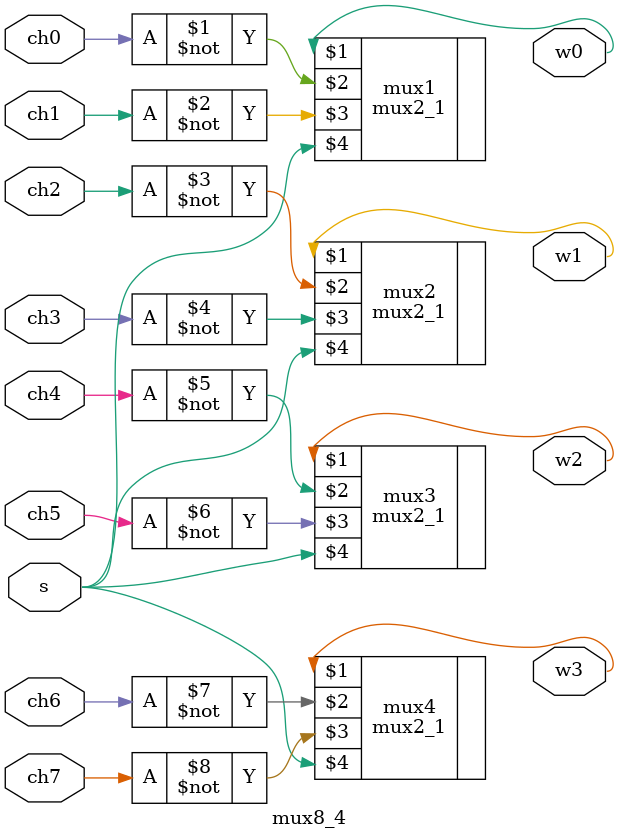
<source format=v>
/*MULTIPLEXADOR 8 X 4*/
module mux8_4(w0, w1, w2, w3, ch0, ch1, ch2, ch3, ch4, ch5, ch6, ch7, s);

    input ch0, ch2, ch4, ch6; //CONTEÚDO DA COLUNA 1;
    input ch1, ch3, ch5, ch7; // CONTEÚDO DA COLUNA 2;
    input s; //ENTRADA DE CONTROLE;
    output w0, w1, w2, w3; //ELEMENTOS SELECIONADOS;
   
   /* OBS.: O VALOR DAs CHAVES FORAM NEGADAS, JÁ QUE A MATRIZ DE ÁNODO(LÓGICA INVERTIDA)*/
    mux2_1 mux1(w0, (~ch0), (~ch1), s); // SELECIONAR LINHA 1;
    mux2_1 mux2(w1, (~ch2), (~ch3), s); // SELECIONAR LINHA 2;
    mux2_1 mux3(w2, (~ch4), (~ch5), s); // SELECIONAR LINHA 3;
    mux2_1 mux4(w3, (~ch6), (~ch7), s); // SELECIONAR LINHA 4;

endmodule
</source>
